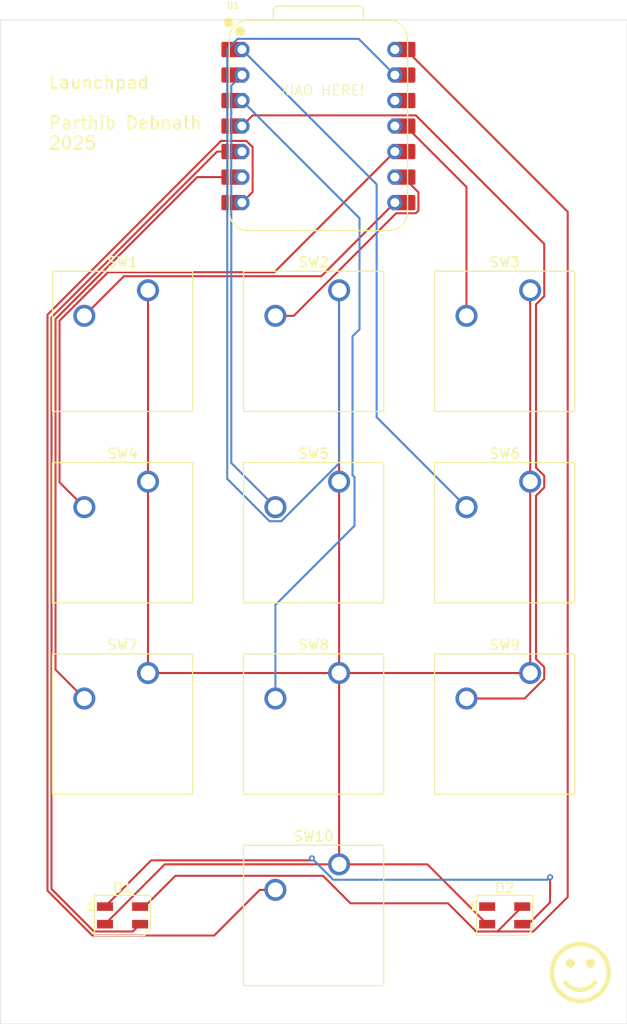
<source format=kicad_pcb>
(kicad_pcb (version 20241229) (generator "pcbnew") (generator_version "9.0")
  (layers (0 "F.Cu" signal) (2 "B.Cu" signal) (13 "F.Paste" user) (15 "B.Paste" user) (5 "F.SilkS" user "F.Silkscreen") (7 "B.SilkS" user "B.Silkscreen") (1 "F.Mask" user) (3 "B.Mask" user) (25 "Edge.Cuts" user))
  (net 0 "")
  (net 1 "+5V")
  (net 2 "Net-(D1-DIN)")
  (net 3 "Net-(D1-DOUT)")
  (net 4 "GND")
  (net 6 "Net-(U1-GPIO1{slash}RX)")
  (net 7 "Net-(U1-GPIO2{slash}SCK)")
  (net 8 "Net-(U1-GPIO3{slash}MOSI)")
  (net 9 "Net-(U1-GPIO4{slash}MISO)")
  (net 10 "Net-(U1-GPIO0{slash}TX)")
  (net 11 "Net-(U1-GPIO26{slash}ADC0{slash}A0)")
  (net 12 "Net-(U1-GPIO7{slash}SCL)")
  (net 13 "Net-(U1-GPIO29{slash}ADC3{slash}A3)")
  (net 15 "Net-(U1-GPIO27{slash}ADC1{slash}A1)")
  (net 16 "Net-(U1-GPIO28{slash}ADC2{slash}A2)")
  (footprint "Button_Switch_Keyboard:SW_Cherry_MX_1.00u_PCB" (layer "F.Cu") (at 69.215 71.12)
    (property "Reference" "SW5" (at -2.54 -2.794 0) (layer "F.SilkS"))
    (property "Value" "SW_Push")
    (fp_line (start -9.525 -1.905) (end 4.445 -1.905) (stroke (width 0.12)) (layer "F.SilkS"))
    (fp_line (start -9.525 12.065) (end -9.525 -1.905) (stroke (width 0.12)) (layer "F.SilkS"))
    (fp_line (start 4.445 -1.905) (end 4.445 12.065) (stroke (width 0.12)) (layer "F.SilkS"))
    (fp_line (start 4.445 12.065) (end -9.525 12.065) (stroke (width 0.12)) (layer "F.SilkS"))
    (pad "" np_thru_hole circle (at -7.62 5.08) (size 1.7 1.7) (drill 1.7) (layers "*.Cu" "*.Mask"))
    (pad "" np_thru_hole circle (at -2.54 5.08) (size 4 4) (drill 4) (layers "*.Cu" "*.Mask"))
    (pad "" np_thru_hole circle (at 2.54 5.08) (size 1.7 1.7) (drill 1.7) (layers "*.Cu" "*.Mask"))
    (pad "1" thru_hole circle (at 0 0) (size 2.2 2.2) (drill 1.5) (layers "*.Cu" "*.Mask") (net 4 "GND"))
    (pad "2" thru_hole circle (at -6.35 2.54) (size 2.2 2.2) (drill 1.5) (layers "*.Cu" "*.Mask") (net 15 "Net-(U1-GPIO27{slash}ADC1{slash}A1)"))
  )
  (footprint "Button_Switch_Keyboard:SW_Cherry_MX_1.00u_PCB" (layer "F.Cu") (at 88.265 90.17)
    (property "Reference" "SW9" (at -2.54 -2.794 0) (layer "F.SilkS"))
    (property "Value" "SW_Push")
    (fp_line (start -9.525 -1.905) (end 4.445 -1.905) (stroke (width 0.12)) (layer "F.SilkS"))
    (fp_line (start -9.525 12.065) (end -9.525 -1.905) (stroke (width 0.12)) (layer "F.SilkS"))
    (fp_line (start 4.445 -1.905) (end 4.445 12.065) (stroke (width 0.12)) (layer "F.SilkS"))
    (fp_line (start 4.445 12.065) (end -9.525 12.065) (stroke (width 0.12)) (layer "F.SilkS"))
    (pad "" np_thru_hole circle (at -7.62 5.08) (size 1.7 1.7) (drill 1.7) (layers "*.Cu" "*.Mask"))
    (pad "" np_thru_hole circle (at -2.54 5.08) (size 4 4) (drill 4) (layers "*.Cu" "*.Mask"))
    (pad "" np_thru_hole circle (at 2.54 5.08) (size 1.7 1.7) (drill 1.7) (layers "*.Cu" "*.Mask"))
    (pad "1" thru_hole circle (at 0 0) (size 2.2 2.2) (drill 1.5) (layers "*.Cu" "*.Mask") (net 4 "GND"))
    (pad "2" thru_hole circle (at -6.35 2.54) (size 2.2 2.2) (drill 1.5) (layers "*.Cu" "*.Mask") (net 13 "Net-(U1-GPIO29{slash}ADC3{slash}A3)"))
  )
  (footprint "LED_SMD:LED_SK6812MINI_PLCC4_3.5x3.5mm_P1.75mm" (layer "F.Cu") (at 47.625 114.3)
    (property "Reference" "D1" (at 0 -2.75 0) (layer "F.SilkS"))
    (property "Value" "SK6812MINI")
    (fp_line (start -2.8 -2) (end -2.8 2) (stroke (width 0.12)) (layer "F.SilkS"))
    (fp_line (start -2.8 -2) (end 2.8 -2) (stroke (width 0.12)) (layer "F.SilkS"))
    (fp_line (start -2.8 2) (end 2.2 2) (stroke (width 0.12)) (layer "F.SilkS"))
    (fp_line (start 2.8 1.4) (end 2.2 2) (stroke (width 0.12)) (layer "F.SilkS"))
    (fp_line (start 2.8 1.4) (end 2.8 -2) (stroke (width 0.12)) (layer "F.SilkS"))
    (fp_text user "1" (at -3.2 -0.875 0) (layer "F.SilkS") (effects (font (size 0.8 0.8))))
    (pad "1" smd rect (at -1.75 -0.875) (size 1.6 0.85) (layers "F.Cu" "F.Mask" "F.Paste") (net 3 "Net-(D1-DOUT)"))
    (pad "2" smd rect (at -1.75 0.875) (size 1.6 0.85) (layers "F.Cu" "F.Mask" "F.Paste") (net 4 "GND"))
    (pad "3" smd rect (at 1.75 0.875) (size 1.6 0.85) (layers "F.Cu" "F.Mask" "F.Paste") (net 2 "Net-(D1-DIN)"))
    (pad "4" smd rect (at 1.75 -0.875) (size 1.6 0.85) (layers "F.Cu" "F.Mask" "F.Paste") (net 1 "+5V"))
  )
  (footprint "Button_Switch_Keyboard:SW_Cherry_MX_1.00u_PCB" (layer "F.Cu") (at 50.165 52.07)
    (property "Reference" "SW1" (at -2.54 -2.794 0) (layer "F.SilkS"))
    (property "Value" "SW_Push")
    (fp_line (start -9.525 -1.905) (end 4.445 -1.905) (stroke (width 0.12)) (layer "F.SilkS"))
    (fp_line (start -9.525 12.065) (end -9.525 -1.905) (stroke (width 0.12)) (layer "F.SilkS"))
    (fp_line (start 4.445 -1.905) (end 4.445 12.065) (stroke (width 0.12)) (layer "F.SilkS"))
    (fp_line (start 4.445 12.065) (end -9.525 12.065) (stroke (width 0.12)) (layer "F.SilkS"))
    (pad "" np_thru_hole circle (at -7.62 5.08) (size 1.7 1.7) (drill 1.7) (layers "*.Cu" "*.Mask"))
    (pad "" np_thru_hole circle (at -2.54 5.08) (size 4 4) (drill 4) (layers "*.Cu" "*.Mask"))
    (pad "" np_thru_hole circle (at 2.54 5.08) (size 1.7 1.7) (drill 1.7) (layers "*.Cu" "*.Mask"))
    (pad "1" thru_hole circle (at 0 0) (size 2.2 2.2) (drill 1.5) (layers "*.Cu" "*.Mask") (net 4 "GND"))
    (pad "2" thru_hole circle (at -6.35 2.54) (size 2.2 2.2) (drill 1.5) (layers "*.Cu" "*.Mask") (net 6 "Net-(U1-GPIO1{slash}RX)"))
  )
  (footprint "Button_Switch_Keyboard:SW_Cherry_MX_1.00u_PCB" (layer "F.Cu") (at 69.215 52.07)
    (property "Reference" "SW2" (at -2.54 -2.794 0) (layer "F.SilkS"))
    (property "Value" "SW_Push")
    (fp_line (start -9.525 -1.905) (end 4.445 -1.905) (stroke (width 0.12)) (layer "F.SilkS"))
    (fp_line (start -9.525 12.065) (end -9.525 -1.905) (stroke (width 0.12)) (layer "F.SilkS"))
    (fp_line (start 4.445 -1.905) (end 4.445 12.065) (stroke (width 0.12)) (layer "F.SilkS"))
    (fp_line (start 4.445 12.065) (end -9.525 12.065) (stroke (width 0.12)) (layer "F.SilkS"))
    (pad "" np_thru_hole circle (at -7.62 5.08) (size 1.7 1.7) (drill 1.7) (layers "*.Cu" "*.Mask"))
    (pad "" np_thru_hole circle (at -2.54 5.08) (size 4 4) (drill 4) (layers "*.Cu" "*.Mask"))
    (pad "" np_thru_hole circle (at 2.54 5.08) (size 1.7 1.7) (drill 1.7) (layers "*.Cu" "*.Mask"))
    (pad "1" thru_hole circle (at 0 0) (size 2.2 2.2) (drill 1.5) (layers "*.Cu" "*.Mask") (net 4 "GND"))
    (pad "2" thru_hole circle (at -6.35 2.54) (size 2.2 2.2) (drill 1.5) (layers "*.Cu" "*.Mask") (net 7 "Net-(U1-GPIO2{slash}SCK)"))
  )
  (footprint "Button_Switch_Keyboard:SW_Cherry_MX_1.00u_PCB" (layer "F.Cu") (at 50.165 71.12)
    (property "Reference" "SW4" (at -2.54 -2.794 0) (layer "F.SilkS"))
    (property "Value" "SW_Push")
    (fp_line (start -9.525 -1.905) (end 4.445 -1.905) (stroke (width 0.12)) (layer "F.SilkS"))
    (fp_line (start -9.525 12.065) (end -9.525 -1.905) (stroke (width 0.12)) (layer "F.SilkS"))
    (fp_line (start 4.445 -1.905) (end 4.445 12.065) (stroke (width 0.12)) (layer "F.SilkS"))
    (fp_line (start 4.445 12.065) (end -9.525 12.065) (stroke (width 0.12)) (layer "F.SilkS"))
    (pad "" np_thru_hole circle (at -7.62 5.08) (size 1.7 1.7) (drill 1.7) (layers "*.Cu" "*.Mask"))
    (pad "" np_thru_hole circle (at -2.54 5.08) (size 4 4) (drill 4) (layers "*.Cu" "*.Mask"))
    (pad "" np_thru_hole circle (at 2.54 5.08) (size 1.7 1.7) (drill 1.7) (layers "*.Cu" "*.Mask"))
    (pad "1" thru_hole circle (at 0 0) (size 2.2 2.2) (drill 1.5) (layers "*.Cu" "*.Mask") (net 4 "GND"))
    (pad "2" thru_hole circle (at -6.35 2.54) (size 2.2 2.2) (drill 1.5) (layers "*.Cu" "*.Mask") (net 9 "Net-(U1-GPIO4{slash}MISO)"))
  )
  (footprint "LED_SMD:LED_SK6812MINI_PLCC4_3.5x3.5mm_P1.75mm" (layer "F.Cu") (at 85.725 114.3)
    (property "Reference" "D2" (at 0 -2.75 0) (layer "F.SilkS"))
    (property "Value" "SK6812MINI")
    (fp_line (start -2.8 -2) (end -2.8 2) (stroke (width 0.12)) (layer "F.SilkS"))
    (fp_line (start -2.8 -2) (end 2.8 -2) (stroke (width 0.12)) (layer "F.SilkS"))
    (fp_line (start -2.8 2) (end 2.2 2) (stroke (width 0.12)) (layer "F.SilkS"))
    (fp_line (start 2.8 1.4) (end 2.2 2) (stroke (width 0.12)) (layer "F.SilkS"))
    (fp_line (start 2.8 1.4) (end 2.8 -2) (stroke (width 0.12)) (layer "F.SilkS"))
    (fp_text user "1" (at -3.2 -0.875 0) (layer "F.SilkS") (effects (font (size 0.8 0.8))))
    (pad "1" smd rect (at -1.75 -0.875) (size 1.6 0.85) (layers "F.Cu" "F.Mask" "F.Paste"))
    (pad "2" smd rect (at -1.75 0.875) (size 1.6 0.85) (layers "F.Cu" "F.Mask" "F.Paste") (net 4 "GND"))
    (pad "3" smd rect (at 1.75 0.875) (size 1.6 0.85) (layers "F.Cu" "F.Mask" "F.Paste") (net 3 "Net-(D1-DOUT)"))
    (pad "4" smd rect (at 1.75 -0.875) (size 1.6 0.85) (layers "F.Cu" "F.Mask" "F.Paste") (net 1 "+5V"))
  )
  (footprint "Button_Switch_Keyboard:SW_Cherry_MX_1.00u_PCB" (layer "F.Cu") (at 69.215 90.17)
    (property "Reference" "SW8" (at -2.54 -2.794 0) (layer "F.SilkS"))
    (property "Value" "SW_Push")
    (fp_line (start -9.525 -1.905) (end 4.445 -1.905) (stroke (width 0.12)) (layer "F.SilkS"))
    (fp_line (start -9.525 12.065) (end -9.525 -1.905) (stroke (width 0.12)) (layer "F.SilkS"))
    (fp_line (start 4.445 -1.905) (end 4.445 12.065) (stroke (width 0.12)) (layer "F.SilkS"))
    (fp_line (start 4.445 12.065) (end -9.525 12.065) (stroke (width 0.12)) (layer "F.SilkS"))
    (pad "" np_thru_hole circle (at -7.62 5.08) (size 1.7 1.7) (drill 1.7) (layers "*.Cu" "*.Mask"))
    (pad "" np_thru_hole circle (at -2.54 5.08) (size 4 4) (drill 4) (layers "*.Cu" "*.Mask"))
    (pad "" np_thru_hole circle (at 2.54 5.08) (size 1.7 1.7) (drill 1.7) (layers "*.Cu" "*.Mask"))
    (pad "1" thru_hole circle (at 0 0) (size 2.2 2.2) (drill 1.5) (layers "*.Cu" "*.Mask") (net 4 "GND"))
    (pad "2" thru_hole circle (at -6.35 2.54) (size 2.2 2.2) (drill 1.5) (layers "*.Cu" "*.Mask") (net 16 "Net-(U1-GPIO28{slash}ADC2{slash}A2)"))
  )
  (footprint "Button_Switch_Keyboard:SW_Cherry_MX_1.00u_PCB" (layer "F.Cu") (at 88.265 71.12)
    (property "Reference" "SW6" (at -2.54 -2.794 0) (layer "F.SilkS"))
    (property "Value" "SW_Push")
    (fp_line (start -9.525 -1.905) (end 4.445 -1.905) (stroke (width 0.12)) (layer "F.SilkS"))
    (fp_line (start -9.525 12.065) (end -9.525 -1.905) (stroke (width 0.12)) (layer "F.SilkS"))
    (fp_line (start 4.445 -1.905) (end 4.445 12.065) (stroke (width 0.12)) (layer "F.SilkS"))
    (fp_line (start 4.445 12.065) (end -9.525 12.065) (stroke (width 0.12)) (layer "F.SilkS"))
    (pad "" np_thru_hole circle (at -7.62 5.08) (size 1.7 1.7) (drill 1.7) (layers "*.Cu" "*.Mask"))
    (pad "" np_thru_hole circle (at -2.54 5.08) (size 4 4) (drill 4) (layers "*.Cu" "*.Mask"))
    (pad "" np_thru_hole circle (at 2.54 5.08) (size 1.7 1.7) (drill 1.7) (layers "*.Cu" "*.Mask"))
    (pad "1" thru_hole circle (at 0 0) (size 2.2 2.2) (drill 1.5) (layers "*.Cu" "*.Mask") (net 4 "GND"))
    (pad "2" thru_hole circle (at -6.35 2.54) (size 2.2 2.2) (drill 1.5) (layers "*.Cu" "*.Mask") (net 11 "Net-(U1-GPIO26{slash}ADC0{slash}A0)"))
  )
  (footprint "Button_Switch_Keyboard:SW_Cherry_MX_1.00u_PCB" (layer "F.Cu") (at 69.215 109.22)
    (property "Reference" "SW10" (at -2.54 -2.794 0) (layer "F.SilkS"))
    (property "Value" "SW_Push")
    (fp_line (start -9.525 -1.905) (end 4.445 -1.905) (stroke (width 0.12)) (layer "F.SilkS"))
    (fp_line (start -9.525 12.065) (end -9.525 -1.905) (stroke (width 0.12)) (layer "F.SilkS"))
    (fp_line (start 4.445 -1.905) (end 4.445 12.065) (stroke (width 0.12)) (layer "F.SilkS"))
    (fp_line (start 4.445 12.065) (end -9.525 12.065) (stroke (width 0.12)) (layer "F.SilkS"))
    (pad "" np_thru_hole circle (at -7.62 5.08) (size 1.7 1.7) (drill 1.7) (layers "*.Cu" "*.Mask"))
    (pad "" np_thru_hole circle (at -2.54 5.08) (size 4 4) (drill 4) (layers "*.Cu" "*.Mask"))
    (pad "" np_thru_hole circle (at 2.54 5.08) (size 1.7 1.7) (drill 1.7) (layers "*.Cu" "*.Mask"))
    (pad "1" thru_hole circle (at 0 0) (size 2.2 2.2) (drill 1.5) (layers "*.Cu" "*.Mask") (net 4 "GND"))
    (pad "2" thru_hole circle (at -6.35 2.54) (size 2.2 2.2) (drill 1.5) (layers "*.Cu" "*.Mask") (net 10 "Net-(U1-GPIO0{slash}TX)"))
  )
  (footprint "Button_Switch_Keyboard:SW_Cherry_MX_1.00u_PCB" (layer "F.Cu") (at 88.265 52.07)
    (property "Reference" "SW3" (at -2.54 -2.794 0) (layer "F.SilkS"))
    (property "Value" "SW_Push")
    (fp_line (start -9.525 -1.905) (end 4.445 -1.905) (stroke (width 0.12)) (layer "F.SilkS"))
    (fp_line (start -9.525 12.065) (end -9.525 -1.905) (stroke (width 0.12)) (layer "F.SilkS"))
    (fp_line (start 4.445 -1.905) (end 4.445 12.065) (stroke (width 0.12)) (layer "F.SilkS"))
    (fp_line (start 4.445 12.065) (end -9.525 12.065) (stroke (width 0.12)) (layer "F.SilkS"))
    (pad "" np_thru_hole circle (at -7.62 5.08) (size 1.7 1.7) (drill 1.7) (layers "*.Cu" "*.Mask"))
    (pad "" np_thru_hole circle (at -2.54 5.08) (size 4 4) (drill 4) (layers "*.Cu" "*.Mask"))
    (pad "" np_thru_hole circle (at 2.54 5.08) (size 1.7 1.7) (drill 1.7) (layers "*.Cu" "*.Mask"))
    (pad "1" thru_hole circle (at 0 0) (size 2.2 2.2) (drill 1.5) (layers "*.Cu" "*.Mask") (net 4 "GND"))
    (pad "2" thru_hole circle (at -6.35 2.54) (size 2.2 2.2) (drill 1.5) (layers "*.Cu" "*.Mask") (net 8 "Net-(U1-GPIO3{slash}MOSI)"))
  )
  (footprint "Button_Switch_Keyboard:SW_Cherry_MX_1.00u_PCB" (layer "F.Cu") (at 50.165 90.17)
    (property "Reference" "SW7" (at -2.54 -2.794 0) (layer "F.SilkS"))
    (property "Value" "SW_Push")
    (fp_line (start -9.525 -1.905) (end 4.445 -1.905) (stroke (width 0.12)) (layer "F.SilkS"))
    (fp_line (start -9.525 12.065) (end -9.525 -1.905) (stroke (width 0.12)) (layer "F.SilkS"))
    (fp_line (start 4.445 -1.905) (end 4.445 12.065) (stroke (width 0.12)) (layer "F.SilkS"))
    (fp_line (start 4.445 12.065) (end -9.525 12.065) (stroke (width 0.12)) (layer "F.SilkS"))
    (pad "" np_thru_hole circle (at -7.62 5.08) (size 1.7 1.7) (drill 1.7) (layers "*.Cu" "*.Mask"))
    (pad "" np_thru_hole circle (at -2.54 5.08) (size 4 4) (drill 4) (layers "*.Cu" "*.Mask"))
    (pad "" np_thru_hole circle (at 2.54 5.08) (size 1.7 1.7) (drill 1.7) (layers "*.Cu" "*.Mask"))
    (pad "1" thru_hole circle (at 0 0) (size 2.2 2.2) (drill 1.5) (layers "*.Cu" "*.Mask") (net 4 "GND"))
    (pad "2" thru_hole circle (at -6.35 2.54) (size 2.2 2.2) (drill 1.5) (layers "*.Cu" "*.Mask") (net 12 "Net-(U1-GPIO7{slash}SCL)"))
  )
  (footprint "OPL:XIAO-RP2040-DIP" (layer "F.Cu") (at 67.15125 35.71875)
    (property "Reference" "U1" (at -8.5 -12 0) (layer "F.SilkS") (effects (font (size 0.635 0.635) (thickness 0.1016))))
    (property "Value" "XIAO-RP2040-DIP")
    (fp_line (start -8.89 8.509) (end -8.89 -8.636) (stroke (width 0.127)) (layer "F.SilkS"))
    (fp_line (start -6.985 10.414) (end 6.985 10.414) (stroke (width 0.127)) (layer "F.SilkS"))
    (fp_line (start -4.495 -10.541) (end -4.491272 -11.451272) (stroke (width 0.127)) (layer "F.SilkS"))
    (fp_line (start -3.991272 -11.951) (end 4.004 -11.951) (stroke (width 0.127)) (layer "F.SilkS"))
    (fp_line (start 4.504 -11.451) (end 4.504 -10.541) (stroke (width 0.127)) (layer "F.SilkS"))
    (fp_line (start 6.985 -10.541) (end -6.985 -10.541) (stroke (width 0.1)) (layer "F.SilkS"))
    (fp_line (start 6.985 -10.541) (end -6.985 -10.541) (stroke (width 0.127)) (layer "F.SilkS"))
    (fp_line (start 8.89 8.509) (end 8.89 -8.636) (stroke (width 0.127)) (layer "F.SilkS"))
    (fp_arc (start -8.89 -8.636) (mid -8.332038 -9.983038) (end -6.985 -10.541) (stroke (width 0.127)) (layer "F.SilkS"))
    (fp_arc (start -6.985 10.414) (mid -8.332038 9.856038) (end -8.89 8.509) (stroke (width 0.127)) (layer "F.SilkS"))
    (fp_arc (start -4.491272 -11.451272) (mid -4.344728 -11.80464) (end -3.991272 -11.951) (stroke (width 0.127)) (layer "F.SilkS"))
    (fp_arc (start 4.004 -11.951) (mid 4.357553 -11.804553) (end 4.504 -11.451) (stroke (width 0.127)) (layer "F.SilkS"))
    (fp_arc (start 6.985 -10.541) (mid 8.332038 -9.983038) (end 8.89 -8.636) (stroke (width 0.127)) (layer "F.SilkS"))
    (fp_arc (start 8.89 8.509) (mid 8.332038 9.856038) (end 6.985 10.414) (stroke (width 0.127)) (layer "F.SilkS"))
    (fp_circle (center -8.95 -10.3) (end -8.95 -10.554) (stroke (width 0.5)) (fill yes) (layer "F.SilkS"))
    (fp_circle (center -7.807 -9.42) (end -7.807 -9.674) (stroke (width 0.5)) (fill yes) (layer "F.SilkS"))
    (pad "1" smd roundrect (at -8.455 -7.62 180) (size 2.432 1.524) (layers "F.Cu" "F.Mask") (roundrect_rratio 0.1) (net 11 "Net-(U1-GPIO26{slash}ADC0{slash}A0)"))
    (pad "1" thru_hole circle (at -7.62 -7.62 180) (size 1.524 1.524) (drill 0.889) (layers "*.Cu" "*.Mask") (net 11 "Net-(U1-GPIO26{slash}ADC0{slash}A0)"))
    (pad "2" smd roundrect (at -8.455 -5.08 180) (size 2.432 1.524) (layers "F.Cu" "F.Mask") (roundrect_rratio 0.1) (net 15 "Net-(U1-GPIO27{slash}ADC1{slash}A1)"))
    (pad "2" thru_hole circle (at -7.62 -5.08 180) (size 1.524 1.524) (drill 0.889) (layers "*.Cu" "*.Mask") (net 15 "Net-(U1-GPIO27{slash}ADC1{slash}A1)"))
    (pad "3" smd roundrect (at -8.455 -2.54 180) (size 2.432 1.524) (layers "F.Cu" "F.Mask") (roundrect_rratio 0.1) (net 16 "Net-(U1-GPIO28{slash}ADC2{slash}A2)"))
    (pad "3" thru_hole circle (at -7.62 -2.54 180) (size 1.524 1.524) (drill 0.889) (layers "*.Cu" "*.Mask") (net 16 "Net-(U1-GPIO28{slash}ADC2{slash}A2)"))
    (pad "4" smd roundrect (at -8.455 0 180) (size 2.432 1.524) (layers "F.Cu" "F.Mask") (roundrect_rratio 0.1) (net 13 "Net-(U1-GPIO29{slash}ADC3{slash}A3)"))
    (pad "4" thru_hole circle (at -7.62 0 180) (size 1.524 1.524) (drill 0.889) (layers "*.Cu" "*.Mask") (net 13 "Net-(U1-GPIO29{slash}ADC3{slash}A3)"))
    (pad "5" smd roundrect (at -8.455 2.54 180) (size 2.432 1.524) (layers "F.Cu" "F.Mask") (roundrect_rratio 0.1) (net 2 "Net-(D1-DIN)"))
    (pad "5" thru_hole circle (at -7.62 2.54 180) (size 1.524 1.524) (drill 0.889) (layers "*.Cu" "*.Mask") (net 2 "Net-(D1-DIN)"))
    (pad "6" smd roundrect (at -8.455 5.08 180) (size 2.432 1.524) (layers "F.Cu" "F.Mask") (roundrect_rratio 0.1) (net 12 "Net-(U1-GPIO7{slash}SCL)"))
    (pad "6" thru_hole circle (at -7.62 5.08 180) (size 1.524 1.524) (drill 0.889) (layers "*.Cu" "*.Mask") (net 12 "Net-(U1-GPIO7{slash}SCL)"))
    (pad "7" smd roundrect (at -8.455 7.62 180) (size 2.432 1.524) (layers "F.Cu" "F.Mask") (roundrect_rratio 0.1) (net 10 "Net-(U1-GPIO0{slash}TX)"))
    (pad "7" thru_hole circle (at -7.62 7.62 180) (size 1.524 1.524) (drill 0.889) (layers "*.Cu" "*.Mask") (net 10 "Net-(U1-GPIO0{slash}TX)"))
    (pad "8" thru_hole circle (at 7.62 7.62) (size 1.524 1.524) (drill 0.889) (layers "*.Cu" "*.Mask") (net 6 "Net-(U1-GPIO1{slash}RX)"))
    (pad "8" smd roundrect (at 8.455 7.62) (size 2.432 1.524) (layers "F.Cu" "F.Mask") (roundrect_rratio 0.1) (net 6 "Net-(U1-GPIO1{slash}RX)"))
    (pad "9" thru_hole circle (at 7.62 5.08) (size 1.524 1.524) (drill 0.889) (layers "*.Cu" "*.Mask") (net 7 "Net-(U1-GPIO2{slash}SCK)"))
    (pad "9" smd roundrect (at 8.455 5.08) (size 2.432 1.524) (layers "F.Cu" "F.Mask") (roundrect_rratio 0.1) (net 7 "Net-(U1-GPIO2{slash}SCK)"))
    (pad "10" thru_hole circle (at 7.62 2.54) (size 1.524 1.524) (drill 0.889) (layers "*.Cu" "*.Mask") (net 9 "Net-(U1-GPIO4{slash}MISO)"))
    (pad "10" smd roundrect (at 8.455 2.54) (size 2.432 1.524) (layers "F.Cu" "F.Mask") (roundrect_rratio 0.1) (net 9 "Net-(U1-GPIO4{slash}MISO)"))
    (pad "11" thru_hole circle (at 7.62 0) (size 1.524 1.524) (drill 0.889) (layers "*.Cu" "*.Mask") (net 8 "Net-(U1-GPIO3{slash}MOSI)"))
    (pad "11" smd roundrect (at 8.455 0) (size 2.432 1.524) (layers "F.Cu" "F.Mask") (roundrect_rratio 0.1) (net 8 "Net-(U1-GPIO3{slash}MOSI)"))
    (pad "12" thru_hole circle (at 7.62 -2.54) (size 1.524 1.524) (drill 0.889) (layers "*.Cu" "*.Mask"))
    (pad "12" smd roundrect (at 8.455 -2.54) (size 2.432 1.524) (layers "F.Cu" "F.Mask") (roundrect_rratio 0.1))
    (pad "13" thru_hole circle (at 7.62 -5.08) (size 1.524 1.524) (drill 0.889) (layers "*.Cu" "*.Mask") (net 4 "GND"))
    (pad "13" smd roundrect (at 8.455 -5.08) (size 2.432 1.524) (layers "F.Cu" "F.Mask") (roundrect_rratio 0.1) (net 4 "GND"))
    (pad "14" thru_hole circle (at 7.62 -7.62) (size 1.524 1.524) (drill 0.889) (layers "*.Cu" "*.Mask") (net 1 "+5V"))
    (pad "14" smd roundrect (at 8.455 -7.62) (size 2.432 1.524) (layers "F.Cu" "F.Mask") (roundrect_rratio 0.1) (net 1 "+5V"))
  )
  (gr_rect (start 35.433 25.146) (end 97.917 125.102283) (stroke (width 0.05)) (fill no) (layer "Edge.Cuts"))
  (gr_text "Launchpad\n\nParthib Debnath\n2025" (at 40.132 38.1508 0) (layer "F.SilkS") (effects (font (size 1.25 1.25) (thickness 0.1875)) (justify left bottom)))
  (gr_text "☺" (at 89.6112 123.3932 0) (layer "F.SilkS") (effects (font (size 5 5) (thickness 0.1)) (justify left bottom)))
  (gr_text "XIAO HERE!" (at 63.25 32.75 0) (layer "F.SilkS") (effects (font (size 1 1) (thickness 0.1)) (justify left bottom)))
  (segment (start 49.375 113.425) (end 49.375 113.625) (width 0.2) (layer "F.Cu") (net 1))
  (segment (start 49.5 113.75) (end 52.891 110.359) (width 0.2) (layer "F.Cu") (net 1))
  (segment (start 80.072 113.099) (end 82.874 115.901) (width 0.2) (layer "F.Cu") (net 1))
  (segment (start 92.006 44.25587) (end 75.84888 28.09875) (width 0.2) (layer "F.Cu") (net 1))
  (segment (start 49.375 113.625) (end 49.5 113.75) (width 0.2) (layer "F.Cu") (net 1))
  (segment (start 92.006 112.471) (end 92.006 44.25587) (width 0.2) (layer "F.Cu") (net 1))
  (segment (start 75.84888 28.09875) (end 74.77125 28.09875) (width 0.2) (layer "F.Cu") (net 1))
  (segment (start 82.874 115.901) (end 84.999 115.901) (width 0.2) (layer "F.Cu") (net 1))
  (segment (start 82.874 115.901) (end 88.576 115.901) (width 0.2) (layer "F.Cu") (net 1))
  (segment (start 67.609 110.359) (end 70.349 113.099) (width 0.2) (layer "F.Cu") (net 1))
  (segment (start 70.349 113.099) (end 80.072 113.099) (width 0.2) (layer "F.Cu") (net 1))
  (segment (start 52.891 110.359) (end 67.609 110.359) (width 0.2) (layer "F.Cu") (net 1))
  (segment (start 88.576 115.901) (end 92.006 112.471) (width 0.2) (layer "F.Cu") (net 1))
  (segment (start 84.999 115.901) (end 87.475 113.425) (width 0.2) (layer "F.Cu") (net 1))
  (segment (start 40.542 54.767486) (end 40.542 111.669) (width 0.2) (layer "F.Cu") (net 2))
  (segment (start 57.050736 38.25875) (end 40.542 54.767486) (width 0.2) (layer "F.Cu") (net 2))
  (segment (start 44.774 115.901) (end 48.649 115.901) (width 0.2) (layer "F.Cu") (net 2))
  (segment (start 59.53125 38.25875) (end 57.050736 38.25875) (width 0.2) (layer "F.Cu") (net 2))
  (segment (start 48.649 115.901) (end 49.375 115.175) (width 0.2) (layer "F.Cu") (net 2))
  (segment (start 40.542 111.669) (end 44.774 115.901) (width 0.2) (layer "F.Cu") (net 2))
  (segment (start 50.481 108.819) (end 66.5 108.819) (width 0.2) (layer "F.Cu") (net 3))
  (segment (start 90.25 113) (end 88.075 115.175) (width 0.2) (layer "F.Cu") (net 3))
  (segment (start 45.875 113.425) (end 50.481 108.819) (width 0.2) (layer "F.Cu") (net 3))
  (segment (start 88.075 115.175) (end 87.475 115.175) (width 0.2) (layer "F.Cu") (net 3))
  (segment (start 90.25 110.5) (end 90.25 113) (width 0.2) (layer "F.Cu") (net 3))
  (segment (start 66.5 108.819) (end 66.5 108.62) (width 0.2) (layer "F.Cu") (net 3))
  (via (at 66.5 108.62) (size 0.6) (drill 0.3) (layers "F.Cu" "B.Cu") (net 3))
  (via (at 90.25 110.5) (size 0.6) (drill 0.3) (layers "F.Cu" "B.Cu") (net 3))
  (segment (start 66.5 108.62) (end 68.63 110.75) (width 0.2) (layer "B.Cu") (net 3))
  (segment (start 68.63 110.75) (end 90 110.75) (width 0.2) (layer "B.Cu") (net 3))
  (segment (start 90 110.75) (end 90.25 110.5) (width 0.2) (layer "B.Cu") (net 3))
  (segment (start 51.83 109.22) (end 45.875 115.175) (width 0.2) (layer "F.Cu") (net 4))
  (segment (start 88.265 90.17) (end 88.265 71.12) (width 0.2) (layer "F.Cu") (net 4))
  (segment (start 70 71.25) (end 69.215 72.035) (width 0.2) (layer "F.Cu") (net 4))
  (segment (start 69.215 71.12) (end 69.87 71.12) (width 0.2) (layer "F.Cu") (net 4))
  (segment (start 88.62 71.12) (end 88.265 70.765) (width 0.2) (layer "F.Cu") (net 4))
  (segment (start 69.215 90.17) (end 69.215 109.22) (width 0.2) (layer "F.Cu") (net 4))
  (segment (start 69.215 71.12) (end 69.215 52.07) (width 0.2) (layer "F.Cu") (net 4))
  (segment (start 88.265 70.765) (end 88.265 52.07) (width 0.2) (layer "F.Cu") (net 4))
  (segment (start 50.165 90.17) (end 69.215 90.17) (width 0.2) (layer "F.Cu") (net 4))
  (segment (start 88.265 71.12) (end 88.62 71.12) (width 0.2) (layer "F.Cu") (net 4))
  (segment (start 50.165 71.12) (end 50.165 90.17) (width 0.2) (layer "F.Cu") (net 4))
  (segment (start 69.215 90.17) (end 88.265 90.17) (width 0.2) (layer "F.Cu") (net 4))
  (segment (start 78.02 109.22) (end 83.975 115.175) (width 0.2) (layer "F.Cu") (net 4))
  (segment (start 69.87 71.12) (end 70 71.25) (width 0.2) (layer "F.Cu") (net 4))
  (segment (start 69.215 72.035) (end 69.215 90.17) (width 0.2) (layer "F.Cu") (net 4))
  (segment (start 50.165 52.07) (end 50.165 71.12) (width 0.2) (layer "F.Cu") (net 4))
  (segment (start 69.215 109.22) (end 78.02 109.22) (width 0.2) (layer "F.Cu") (net 4))
  (segment (start 69.215 109.22) (end 51.83 109.22) (width 0.2) (layer "F.Cu") (net 4))
  (segment (start 58.06725 70.843564) (end 62.284686 75.061) (width 0.2) (layer "B.Cu") (net 4))
  (segment (start 63.445314 75.061) (end 69.215 69.291314) (width 0.2) (layer "B.Cu") (net 4))
  (segment (start 74.77125 30.63875) (end 71.16825 27.03575) (width 0.2) (layer "B.Cu") (net 4))
  (segment (start 58.06725 28.05944) (end 58.06725 70.843564) (width 0.2) (layer "B.Cu") (net 4))
  (segment (start 59.09094 27.03575) (end 58.06725 28.05944) (width 0.2) (layer "B.Cu") (net 4))
  (segment (start 71.16825 27.03575) (end 59.09094 27.03575) (width 0.2) (layer "B.Cu") (net 4))
  (segment (start 62.284686 75.061) (end 63.445314 75.061) (width 0.2) (layer "B.Cu") (net 4))
  (segment (start 69.215 69.291314) (end 69.215 52.07) (width 0.2) (layer "B.Cu") (net 4))
  (segment (start 74.77125 43.33875) (end 67.441 50.669) (width 0.2) (layer "F.Cu") (net 6))
  (segment (start 67.441 50.669) (end 47.756 50.669) (width 0.2) (layer "F.Cu") (net 6))
  (segment (start 47.756 50.669) (end 43.815 54.61) (width 0.2) (layer "F.Cu") (net 6))
  (segment (start 62.865 54.61) (end 64.693686 54.61) (width 0.2) (layer "F.Cu") (net 7))
  (segment (start 77.12325 42.31575) (end 75.60625 40.79875) (width 0.2) (layer "F.Cu") (net 7))
  (segment (start 74.901936 44.40175) (end 76.861876 44.40175) (width 0.2) (layer "F.Cu") (net 7))
  (segment (start 76.861876 44.40175) (end 77.12325 44.140376) (width 0.2) (layer "F.Cu") (net 7))
  (segment (start 64.693686 54.61) (end 74.901936 44.40175) (width 0.2) (layer "F.Cu") (net 7))
  (segment (start 77.12325 44.140376) (end 77.12325 42.31575) (width 0.2) (layer "F.Cu") (net 7))
  (segment (start 81.915 41.78487) (end 81.915 54.61) (width 0.2) (layer "F.Cu") (net 8))
  (segment (start 75.84888 35.71875) (end 81.915 41.78487) (width 0.2) (layer "F.Cu") (net 8))
  (segment (start 74.77125 35.71875) (end 75.84888 35.71875) (width 0.2) (layer "F.Cu") (net 8))
  (segment (start 41.344 71.189) (end 43.815 73.66) (width 0.2) (layer "F.Cu") (net 9))
  (segment (start 41.344 55.099686) (end 41.344 71.189) (width 0.2) (layer "F.Cu") (net 9))
  (segment (start 46.175686 50.268) (end 41.344 55.099686) (width 0.2) (layer "F.Cu") (net 9))
  (segment (start 62.762 50.268) (end 46.175686 50.268) (width 0.2) (layer "F.Cu") (net 9))
  (segment (start 74.77125 38.25875) (end 62.762 50.268) (width 0.2) (layer "F.Cu") (net 9))
  (segment (start 40.141 54.495374) (end 40.141 111.8351) (width 0.2) (layer "F.Cu") (net 10))
  (segment (start 40.141 111.8351) (end 44.6079 116.302) (width 0.2) (layer "F.Cu") (net 10))
  (segment (start 57.440624 37.19575) (end 40.141 54.495374) (width 0.2) (layer "F.Cu") (net 10))
  (segment (start 56.767366 116.302) (end 61.309366 111.76) (width 0.2) (layer "F.Cu") (net 10))
  (segment (start 59.53125 43.33875) (end 60.59425 42.27575) (width 0.2) (layer "F.Cu") (net 10))
  (segment (start 59.97156 37.19575) (end 57.440624 37.19575) (width 0.2) (layer "F.Cu") (net 10))
  (segment (start 61.309366 111.76) (end 62.865 111.76) (width 0.2) (layer "F.Cu") (net 10))
  (segment (start 44.6079 116.302) (end 56.767366 116.302) (width 0.2) (layer "F.Cu") (net 10))
  (segment (start 60.59425 37.81844) (end 59.97156 37.19575) (width 0.2) (layer "F.Cu") (net 10))
  (segment (start 60.59425 42.27575) (end 60.59425 37.81844) (width 0.2) (layer "F.Cu") (net 10))
  (segment (start 72.956 64.701) (end 81.915 73.66) (width 0.2) (layer "B.Cu") (net 11))
  (segment (start 72.956 41.5235) (end 72.956 64.701) (width 0.2) (layer "B.Cu") (net 11))
  (segment (start 59.53125 28.09875) (end 72.956 41.5235) (width 0.2) (layer "B.Cu") (net 11))
  (segment (start 40.943 89.838) (end 40.943 54.933586) (width 0.2) (layer "F.Cu") (net 12))
  (segment (start 43.815 92.71) (end 40.943 89.838) (width 0.2) (layer "F.Cu") (net 12))
  (segment (start 55.077836 40.79875) (end 59.53125 40.79875) (width 0.2) (layer "F.Cu") (net 12))
  (segment (start 40.943 54.933586) (end 55.077836 40.79875) (width 0.2) (layer "F.Cu") (net 12))
  (segment (start 89.666 71.700314) (end 88.845314 72.521) (width 0.2) (layer "F.Cu") (net 13))
  (segment (start 87.706314 92.71) (end 81.915 92.71) (width 0.2) (layer "F.Cu") (net 13))
  (segment (start 89.666 89.589686) (end 89.666 90.750314) (width 0.2) (layer "F.Cu") (net 13))
  (segment (start 89.666 90.750314) (end 87.706314 92.71) (width 0.2) (layer "F.Cu") (net 13))
  (segment (start 59.53125 35.71875) (end 60.59425 34.65575) (width 0.2) (layer "F.Cu") (net 13))
  (segment (start 89.666 70.539686) (end 89.666 71.700314) (width 0.2) (layer "F.Cu") (net 13))
  (segment (start 60.59425 34.65575) (end 76.861876 34.65575) (width 0.2) (layer "F.Cu") (net 13))
  (segment (start 88.845314 88.769) (end 89.666 89.589686) (width 0.2) (layer "F.Cu") (net 13))
  (segment (start 88.845314 72.521) (end 88.845314 88.769) (width 0.2) (layer "F.Cu") (net 13))
  (segment (start 89.666 52.650314) (end 88.845314 53.471) (width 0.2) (layer "F.Cu") (net 13))
  (segment (start 89.666 47.459874) (end 89.666 52.650314) (width 0.2) (layer "F.Cu") (net 13))
  (segment (start 76.861876 34.65575) (end 89.666 47.459874) (width 0.2) (layer "F.Cu") (net 13))
  (segment (start 88.845314 69.719) (end 89.666 70.539686) (width 0.2) (layer "F.Cu") (net 13))
  (segment (start 88.845314 53.471) (end 88.845314 69.719) (width 0.2) (layer "F.Cu") (net 13))
  (segment (start 59.53125 30.63875) (end 58.46825 31.70175) (width 0.2) (layer "B.Cu") (net 15))
  (segment (start 58.46825 69.26325) (end 62.865 73.66) (width 0.2) (layer "B.Cu") (net 15))
  (segment (start 58.46825 31.70175) (end 58.46825 69.26325) (width 0.2) (layer "B.Cu") (net 15))
  (segment (start 59.53125 33.17875) (end 58.69625 33.17875) (width 0.2) (layer "F.Cu") (net 16))
  (segment (start 70.753265 70.676951) (end 70.753265 75.503265) (width 0.2) (layer "B.Cu") (net 16))
  (segment (start 59.53125 33.17875) (end 71.25 44.8975) (width 0.2) (layer "B.Cu") (net 16))
  (segment (start 62.865 83.39153) (end 62.865 92.71) (width 0.2) (layer "B.Cu") (net 16))
  (segment (start 70.554 70.477686) (end 70.753265 70.676951) (width 0.2) (layer "B.Cu") (net 16))
  (segment (start 71.25 55.95653) (end 70.554 56.65253) (width 0.2) (layer "B.Cu") (net 16))
  (segment (start 71.25 44.8975) (end 71.25 55.95653) (width 0.2) (layer "B.Cu") (net 16))
  (segment (start 70.753265 75.503265) (end 62.865 83.39153) (width 0.2) (layer "B.Cu") (net 16))
  (segment (start 70.554 56.65253) (end 70.554 70.477686) (width 0.2) (layer "B.Cu") (net 16))
)
</source>
